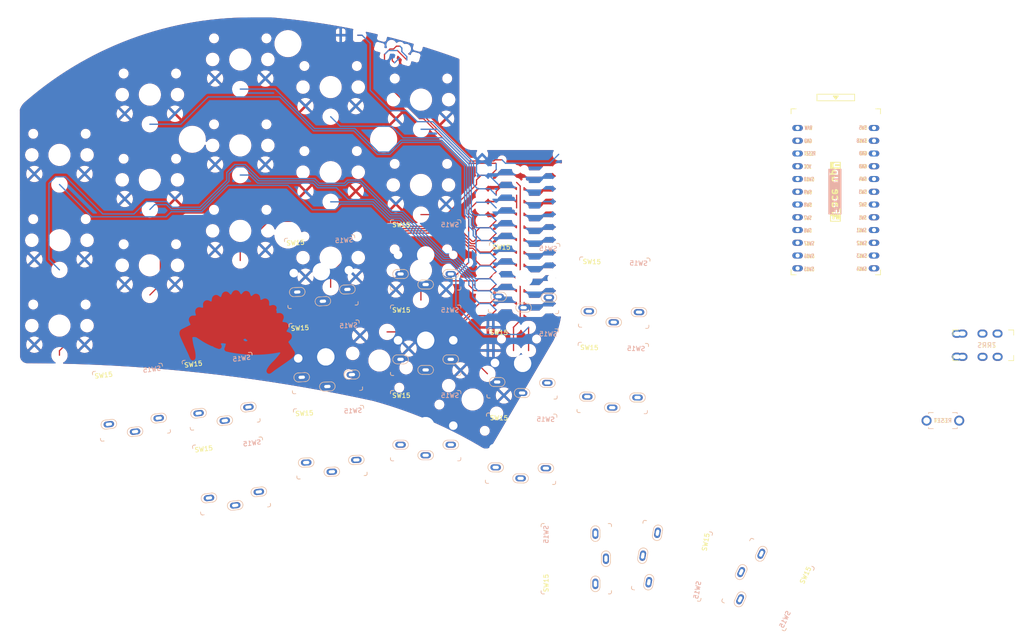
<source format=kicad_pcb>
(kicad_pcb (version 20221018) (generator pcbnew)
  (layers (0 "F.Cu" signal) (31 "B.Cu" signal) (34 "B.Paste" user) (35 "F.Paste" user) (36 "B.SilkS" user "B.Silkscreen") (37 "F.SilkS" user "F.Silkscreen") (38 "B.Mask" user) (39 "F.Mask" user) (44 "Edge.Cuts" user))
  (net 0 "")
  (net 1 "gnd")
  (net 2 "vcc")
  (net 3 "Switch18")
  (net 4 "reset")
  (net 5 "Switch1")
  (net 6 "Switch2")
  (net 7 "Switch3")
  (net 8 "Switch4")
  (net 9 "Switch5")
  (net 10 "Switch6")
  (net 11 "Switch7")
  (net 12 "Switch8")
  (net 13 "Switch9")
  (net 14 "Switch10")
  (net 15 "Switch11")
  (net 16 "Switch12")
  (net 17 "Switch13")
  (net 18 "Switch14")
  (net 19 "Switch15")
  (net 20 "Switch16")
  (net 21 "Switch17")
  (net 22 "raw")
  (footprint "Kailh:TRRS-PJ-DPB2" (layer "F.Cu") (at 217.1 84 -90)
    (fp_text reference "J2" hide)
    (fp_text value "AudioJack4dpb" hide)
  )
  (footprint "* duckyb-collection:SW_PG1350_rev_DPB" (layer "F.Cu") (at 100 100)
    (fp_text reference "SW15" hide)
    (fp_text value "SW_Push" hide)
  )
  (footprint "* duckyb-collection:ProMicro_jumpers_facedown" (layer "F.Cu") (at 181.674 53.43)
    (fp_text reference "U1" hide)
    (fp_text value "ProMicro-kbd" hide)
  )
  (footprint "* duckyb-collection:SW_PG1350_rev_DPB" (layer "F.Cu") (at 59.280971 93.143978 7)
    (fp_text reference "SW15" hide)
    (fp_text value "SW_Push" hide)
  )
  (footprint "* duckyb-collection:SW_PG1350_rev_DPB" (layer "F.Cu") (at 137.25816 90.512057 -1)
    (fp_text reference "SW15" hide)
    (fp_text value "SW_Push" hide)
  )
  (footprint "* duckyb-collection:SW_PG1350_rev_DPB" (layer "F.Cu") (at 149.044935 126.916442 -100)
    (fp_text reference "SW15" hide)
    (fp_text value "SW_Push" hide)
  )
  (footprint "* duckyb-collection:SW_PG1350_rev_DPB" (layer "F.Cu") (at 79.228116 69.334444 3)
    (fp_text reference "SW15" hide)
    (fp_text value "SW_Push" hide)
  )
  (footprint "* duckyb-collection:SW_PG1350_rev_DPB" (layer "F.Cu") (at 80.117827 86.311146 3)
    (fp_text reference "SW15" hide)
    (fp_text value "SW_Push" hide)
  )
  (footprint "* duckyb-collection:SW_PG1350_rev_DPB" (layer "F.Cu") (at 119.602969 70.600899 -1)
    (fp_text reference "SW15" hide)
    (fp_text value "SW_Push" hide)
  )
  (footprint "* duckyb-collection:SW_PG1350_rev_DPB" (layer "F.Cu") (at 81.007538 103.287848 3)
    (fp_text reference "SW15" hide)
    (fp_text value "SW_Push" hide)
  )
  (footprint "kbd:ResetSW_1side" (layer "F.Cu") (at 203 99 180)
    (fp_text reference "RSW2" hide)
    (fp_text value "SW_PUSH")
  )
  (footprint "* duckyb-collection:SW_PG1350_rev_DPB" (layer "F.Cu") (at 168.1756 131.652152 -115)
    (fp_text reference "SW15" hide)
    (fp_text value "SW_Push" hide)
  )
  (footprint "* duckyb-collection:SW_PG1350_rev_DPB" (layer "F.Cu") (at 61.35275 110.017263 7)
    (fp_text reference "SW15" hide)
    (fp_text value "SW_Push" hide)
  )
  (footprint "* duckyb-collection:SW_PG1350_rev_DPB" (layer "F.Cu") (at 119.306278 87.598309 -1)
    (fp_text reference "SW15" hide)
    (fp_text value "SW_Push" hide)
  )
  (footprint "* duckyb-collection:SW_PG1350_rev_DPB" (layer "F.Cu") (at 100 83)
    (fp_text reference "SW15" hide)
    (fp_text value "SW_Push" hide)
  )
  (footprint "* duckyb-collection:SW_PG1350_rev_DPB" (layer "F.Cu") (at 41.415141 95.337627 7)
    (fp_text reference "SW15" hide)
    (fp_text value "SW_Push" hide)
  )
  (footprint "* duckyb-collection:SW_PG1350_rev_DPB" (layer "F.Cu") (at 137.554851 73.514646 -1)
    (fp_text reference "SW15" hide)
    (fp_text value "SW_Push" hide)
  )
  (footprint "* duckyb-collection:SW_PG1350_rev_DPB" (layer "F.Cu") (at 100 66)
    (fp_text reference "SW15" hide)
    (fp_text value "SW_Push" hide)
  )
  (footprint "* duckyb-collection:SW_PG1350_rev_DPB" (layer "F.Cu") (at 130 126.499999 90)
    (fp_text reference "SW15" hide)
    (fp_text value "SW_Push" hide)
  )
  (footprint "* duckyb-collection:SW_PG1350_rev_DPB" (layer "F.Cu") (at 119.009587 104.59572 -1)
    (fp_text reference "SW15" hide)
    (fp_text value "SW_Push" hide)
  )
  (segment (start 98.941398 38.41248) (end 96.4184 35.889482) (width 0.25) (layer "F.Cu") (net 0))
  (segment (start 94.381056 25.2984) (end 96.254049 27.171393) (width 0.25) (layer "F.Cu") (net 0))
  (segment (start 96.4184 35.549674) (end 92.2528 31.384074) (width 0.25) (layer "F.Cu") (net 0))
  (segment (start 115.2144 47.072415) (end 113.802571 47.072415) (width 0.25) (layer "F.Cu") (net 0))
  (segment (start 113.572506 47.30248) (end 108.644198 47.30248) (width 0.25) (layer "F.Cu") (net 0))
  (segment (start 99.754198 38.41248) (end 98.941398 38.41248) (width 0.25) (layer "F.Cu") (net 0))
  (segment (start 92.2528 27.480034) (end 93.363158 26.369676) (width 0.25) (layer "F.Cu") (net 0))
  (segment (start 93.363158 27.323158) (end 93.7768 27.7368) (width 0.25) (layer "F.Cu") (net 0))
  (segment (start 92.2528 31.384074) (end 92.2528 27.480034) (width 0.25) (layer "F.Cu") (net 0))
  (segment (start 108.644198 47.30248) (end 99.754198 38.41248) (width 0.25) (layer "F.Cu") (net 0))
  (segment (start 113.802571 47.072415) (end 113.572506 47.30248) (width 0.25) (layer "F.Cu") (net 0))
  (segment (start 93.363158 26.369676) (end 93.363158 27.323158) (width 0.25) (layer "F.Cu") (net 0))
  (segment (start 96.4184 35.889482) (end 96.4184 35.549674) (width 0.25) (layer "F.Cu") (net 0))
  (segment (start 94.3356 25.2984) (end 94.381056 25.2984) (width 0.25) (layer "F.Cu") (net 0))
  (segment (start 92.588132 25.2984) (end 94.3356 25.2984) (width 0.25) (layer "B.Cu") (net 0))
  (segment (start 115.2144 47.072415) (end 115.893985 47.752) (width 0.25) (layer "B.Cu") (net 0))
  (segment (start 124.714 47.752) (end 126.492 45.974) (width 0.25) (layer "B.Cu") (net 0))
  (segment (start 93.7768 27.7368) (end 93.842337 27.7368) (width 0.25) (layer "B.Cu") (net 0))
  (segment (start 91.917712 25.96882) (end 92.588132 25.2984) (width 0.25) (layer "B.Cu") (net 0))
  (segment (start 93.842337 27.7368) (end 94.808603 26.770534) (width 0.25) (layer "B.Cu") (net 0))
  (segment (start 115.893985 47.752) (end 124.714 47.752) (width 0.25) (layer "B.Cu") (net 0))
  (segment (start 110.786211 75.546511) (end 112.921489 75.546511) (width 0.25) (layer "F.Cu") (net 1))
  (segment (start 114.046 53.3908) (end 115.1636 52.2732) (width 0.25) (layer "F.Cu") (net 1))
  (segment (start 118.11 56.642) (end 118.11 54.102) (width 0.25) (layer "F.Cu") (net 1))
  (segment (start 89.170129 61.655071) (end 105.698671 61.655071) (width 0.25) (layer "F.Cu") (net 1))
  (segment (start 112.921489 75.546511) (end 114.046 74.422) (width 0.25) (layer "F.Cu") (net 1))
  (segment (start 105.001684 81.331038) (end 110.786211 75.546511) (width 0.25) (layer "F.Cu") (net 1))
  (segment (start 106.0196 70.0024) (end 106.0704 70.0024) (width 0.25) (layer "F.Cu") (net 1))
  (segment (start 109.381722 64.65304) (end 109.982 65.253318) (width 0.25) (layer "F.Cu") (net 1))
  (segment (start 109.982 67.1223) (end 110.9317 68.072) (width 0.25) (layer "F.Cu") (net 1))
  (segment (start 108.696642 64.65304) (end 109.381722 64.65304) (width 0.25) (layer "F.Cu") (net 1))
  (segment (start 92.323032 81.331038) (end 105.001684 81.331038) (width 0.25) (layer "F.Cu") (net 1))
  (segment (start 106.0704 70.0024) (end 108.5596 67.5132) (width 0.25) (layer "F.Cu") (net 1))
  (segment (start 81.08 69.7452) (end 89.170129 61.655071) (width 0.25) (layer "F.Cu") (net 1))
  (segment (start 109.982 65.253318) (end 109.982 67.1223) (width 0.25) (layer "F.Cu") (net 1))
  (segment (start 105.698671 61.655071) (end 108.696642 64.65304) (width 0.25) (layer "F.Cu") (net 1))
  (segment (start 114.046 54.102) (end 114.046 53.3908) (width 0.25) (layer "F.Cu") (net 1))
  (segment (start 81.08 72.448) (end 81.08 69.7452) (width 0.25) (layer "F.Cu") (net 1))
  (segment (start 112.776 68.072) (end 114.046 66.802) (width 0.25) (layer "F.Cu") (net 1))
  (segment (start 110.9317 68.072) (end 112.776 68.072) (width 0.25) (layer "F.Cu") (net 1))
  (segment (start 108.62576 60.316396) (end 109.48168 61.172316) (width 0.25) (layer "B.Cu") (net 1))
  (segment (start 108.62576 58.869314) (end 108.62576 60.316396) (width 0.25) (layer "B.Cu") (net 1))
  (segment (start 95.276118 43.5864) (end 102.994846 43.5864) (width 0.25) (layer "B.Cu") (net 1))
  (segment (start 84.582 54.9656) (end 89.714236 54.9656) (width 0.25) (layer "B.Cu") (net 1))
  (segment (start 111.6584 81.8388) (end 119.0592 81.8388) (width 0.25) (layer "B.Cu") (net 1))
  (segment (start 112.630511 50.146511) (end 110.661711 50.146511) (width 0.25) (layer "B.Cu") (net 1))
  (segment (start 85.69192 41.29272) (end 90.36552 45.96632) (width 0.25) (layer "B.Cu") (net 1))
  (segment (start 110.0328 64.8716) (end 110.838689 65.677489) (width 0.25) (layer "B.Cu") (net 1))
  (segment (start 109.82192 71.240039) (end 109.82192 72.53472) (width 0.25) (layer "B.Cu") (net 1))
  (segment (start 64.928165 50.096) (end 66.531206 51.69904) (width 0.25) (layer "B.Cu") (net 1))
  (segment (start 109.82192 72.53472) (end 110.4392 73.152) (width 0.25) (layer "B.Cu") (net 1))
  (segment (start 89.714236 54.9656) (end 92.980796 58.23216) (width 0.25) (layer "B.Cu") (net 1))
  (segment (start 110.838689 65.677489) (end 112.921489 65.677489) (width 0.25) (layer "B.Cu") (net 1))
  (segment (start 110.127489 47.098511) (end 111.252 45.974) (width 0.25) (layer "B.Cu") (net 1))
  (segment (start 109.48168 62.177698) (end 110.0328 62.728818) (width 0.25) (layer "B.Cu") (net 1))
  (segment (start 119.0592 81.8388) (end 120.478 80.42) (width 0.25) (layer "B.Cu") (net 1))
  (segment (start 114.7572 52.2732) (end 114.046 51.562) (width 0.25) (layer "B.Cu") (net 1))
  (segment (start 63.08 50.096) (end 64.928165 50.096) (width 0.25) (layer "B.Cu") (net 1))
  (segment (start 106.0196 70.0024) (end 106.0196 76.2) (width 0.25) (layer "B.Cu") (net 1))
  (segment (start 103.597996 66.71576) (end 105.297641 66.71576) (width 0.25) (layer "B.Cu") (net 1))
  (segment (start 95.114396 58.23216) (end 103.597996 66.71576) (width 0.25) (layer "B.Cu") (net 1))
  (segment (start 110.661711 50.146511) (end 110.127489 49.612289) (width 0.25) (layer "B.Cu") (net 1))
  (segment (start 82.2452 52.6288) (end 84.582 54.9656) (width 0.25) (layer "B.Cu") (net 1))
  (segment (start 106.0196 76.2) (end 111.6584 81.8388) (width 0.25) (layer "B.Cu") (net 1))
  (segment (start 90.36552 45.96632) (end 92.896198 45.96632) (width 0.25) (layer "B.Cu") (net 1))
  (segment (start 70.941483 34.544) (end 77.690203 41.29272) (width 0.25) (layer "B.Cu") (net 1))
  (segment (start 110.0328 62.728818) (end 110.0328 64.8716) (width 0.25) (layer "B.Cu") (net 1))
  (segment (start 114.046 51.562) (end 112.630511 50.146511) (width 0.25) (layer "B.Cu") (net 1))
  (segment (start 115.1636 52.2732) (end 114.7572 52.2732) (width 0.25) (layer "B.Cu") (net 1))
  (segment (start 102.994846 43.5864) (end 107.7468 48.338354) (width 0.25) (layer "B.Cu") (net 1))
  (segment (start 66.531206 51.69904) (end 77.554804 51.69904) (width 0.25) (layer "B.Cu") (net 1))
  (segment (start 92.980796 58.23216) (end 95.114396 58.23216) (width 0.25) (layer "B.Cu") (net 1))
  (segment (start 112.776 73.152) (end 114.046 74.422) (width 0.25) (layer "B.Cu") (net 1))
  (segment (start 78.484565 52.6288) (end 82.2452 52.6288) (width 0.25) (layer "B.Cu") (net 1))
  (segment (start 45.08 39.98) (end 51.2568 39.98) (width 0.25) (layer "B.Cu") (net 1))
  (segment (start 109.48168 61.172316) (end 109.48168 62.177698) (width 0.25) (layer "B.Cu") (net 1))
  (segment (start 110.4392 73.152) (end 112.776 73.152) (width 0.25) (layer "B.Cu") (net 1))
  (segment (start 51.2568 39.98) (end 56.6928 34.544) (width 0.25) (layer "B.Cu") (net 1))
  (segment (start 112.921489 65.677489) (end 114.046 66.802) (width 0.25) (layer "B.Cu") (net 1))
  (segment (start 107.7468 57.990354) (end 108.62576 58.869314) (width 0.25) (layer "B.Cu") (net 1))
  (segment (start 92.896198 45.96632) (end 95.276118 43.5864) (width 0.25) (layer "B.Cu") (net 1))
  (segment (start 56.6928 34.544) (end 70.941483 34.544) (width 0.25) (layer "B.Cu") (net 1))
  (segment (start 107.7468 48.338354) (end 107.7468 57.990354) (width 0.25) (layer "B.Cu") (net 1))
  (segment (start 105.297641 66.71576) (end 109.82192 71.240039) (width 0.25) (layer "B.Cu") (net 1))
  (segment (start 110.127489 49.612289) (end 110.127489 47.098511) (width 0.25) (layer "B.Cu") (net 1))
  (segment (start 77.554804 51.69904) (end 78.484565 52.6288) (width 0.25) (layer "B.Cu") (net 1))
  (segment (start 77.690203 41.29272) (end 85.69192 41.29272) (width 0.25) (layer "B.Cu") (net 1))
  (segment (start 120.498 85.05) (end 120.498 80.44) (width 0.25) (layer "F.Cu") (net 2))
  (segment (start 108.5596 57.0992) (end 108.5596 61.4172) (width 0.25) (layer "F.Cu") (net 2))
  (segment (start 120.498 80.44) (end 120.478 80.42) (width 0.25) (layer "F.Cu") (net 2))
  (segment (start 110.1344 55.5244) (end 108.5596 57.0992) (width 0.25) (layer "F.Cu") (net 2))
  (segment (start 108.5596 67.5132) (end 108.5596 61.4172) (width 0.25) (layer "B.Cu") (net 2))
  (segment (start 110.141311 55.517489) (end 112.921489 55.517489) (width 0.25) (layer "B.Cu") (net 2))
  (segment (start 112.921489 55.517489) (end 114.046 56.642) (width 0.25) (layer "B.Cu") (net 2))
  (segment (start 110.1344 55.5244) (end 110.141311 55.517489) (width 0.25) (layer "B.Cu") (net 2))
  (segment (start 87.3252 22.2504) (end 86.4852 22.2504) (width 0.25) (layer "F.Cu") (net 4))
  (segment (start 86.4852 22.2504) (end 87.3252 22.2504) (width 0.25) (layer "B.Cu") (net 4))
  (segment (start 87.3252 22.2504) (end 88.9508 23.876) (width 0.25) (layer "B.Cu") (net 4))
  (segment (start 88.9508 33.217792) (end 93.020208 37.2872) (width 0.25) (layer "B.Cu") (net 4))
  (segment (start 88.9508 23.876) (end 88.9508 33.217792) (width 0.25) (layer "B.Cu") (net 4))
  (segment (start 96.172452 37.2872) (end 98.356852 39.4716) (width 0.25) (layer "B.Cu") (net 4))
  (segment (start 109.54488 52.03928) (end 110.3376 52.832) (width 0.25) (layer "B.Cu") (net 4))
  (segment (start 93.020208 37.2872) (end 96.172452 37.2872) (width 0.25) (layer "B.Cu") (net 4))
  (segment (start 109.54488 47.593566) (end 109.54488 52.03928) (width 0.25) (layer "B.Cu") (net 4))
  (segment (start 98.356852 39.4716) (end 101.422914 39.4716) (width 0.25) (layer "B.Cu") (net 4))
  (segment (start 101.422914 39.4716) (end 109.54488 47.593566) (width 0.25) (layer "B.Cu") (net 4))
  (segment (start 110.3376 52.832) (end 112.776 52.832) (width 0.25) (layer "B.Cu") (net 4))
  (segment (start 112.776 52.832) (end 114.046 54.102) (width 0.25) (layer "B.Cu") (net 4))
  (segment (start 108.6104 72.0344) (end 109.6772 73.1012) (width 0.25) (layer "F.Cu") (net 5))
  (segment (start 112.8268 73.1012) (end 114.046 71.882) (width 0.25) (layer "F.Cu") (net 5))
  (segment (start 109.6772 73.1012) (end 112.8268 73.1012) (width 0.25) (layer "F.Cu") (net 5))
  (segment (start 108.6104 71.299954) (end 104.925246 67.6148) (width 0.25) (layer "B.Cu") (net 5))
  (segment (start 60.653557 52.14856) (end 55.398597 57.40352) (width 0.25) (layer "B.Cu") (net 5))
  (segment (start 49.32728 57.40352) (end 48.321289 58.409511) (width 0.25) (layer "B.Cu") (net 5))
  (segment (start 103.2256 67.6148) (end 94.742 59.1312) (width 0.25) (layer "B.Cu") (net 5))
  (segment (start 81.9912 56.9976) (end 77.4192 56.9976) (width 0.25) (layer "B.Cu") (net 5))
  (segment (start 83.10928 55.87952) (end 81.9912 56.9976) (width 0.25) (layer "B.Cu") (net 5))
  (segment (start 72.57016 52.14856) (end 60.653557 52.14856) (width 0.25) (layer "B.Cu") (net 5))
  (segment (start 48.321289 58.409511) (end 33.509511 58.409511) (width 0.25) (layer "B.Cu") (net 5))
  (segment (start 108.6104 72.0344) (end 108.6104 71.299954) (width 0.25) (layer "B.Cu") (net 5))
  (segment (start 94.742 59.1312) (end 92.6084 59.1312) (width 0.25) (layer "B.Cu") (net 5))
  (segment (start 55.398597 57.40352) (end 49.32728 57.40352) (width 0.25) (layer "B.Cu") (net 5))
  (segment (start 92.6084 59.1312) (end 89.35672 55.87952) (width 0.25) (layer "B.Cu") (net 5))
  (segment (start 77.4192 56.9976) (end 72.57016 52.14856) (width 0.25) (layer "B.Cu") (net 5))
  (segment (start 33.509511 58.409511) (end 27.08 51.98) (width 0.25) (layer "B.Cu") (net 5))
  (segment (start 89.35672 55.87952) (end 83.10928 55.87952) (width 0.25) (layer "B.Cu") (net 5))
  (segment (start 104.925246 67.6148) (end 103.2256 67.6148) (width 0.25) (layer "B.Cu") (net 5))
  (segment (start 103.181044 43.13688) (end 108.19632 48.152156) (width 0.25) (layer "B.Cu") (net 7))
  (segment (start 92.71 45.5168) (end 95.089921 43.13688) (width 0.25) (layer "B.Cu") (net 7))
  (segment (start 63.08 32.98) (end 70.0132 32.98) (width 0.25) (layer "B.Cu") (net 7))
  (segment (start 95.089921 43.13688) (end 103.181044 43.13688) (width 0.25) (layer "B.Cu") (net 7))
  (segment (start 109.9312 61.9915) (end 111.077189 63.137489) (width 0.25) (layer "B.Cu") (net 7))
  (segment (start 112.921489 63.137489) (end 114.046 64.262) (width 0.25) (layer "B.Cu") (net 7))
  (segment (start 90.596601 45.5168) (end 92.71 45.5168) (width 0.25) (layer "B.Cu") (net 7))
  (segment (start 85.923001 40.8432) (end 90.596601 45.5168) (width 0.25) (layer "B.Cu") (net 7))
  (segment (start 108.19632 57.804156) (end 109.07528 58.683116) (width 0.25) (layer "B.Cu") (net 7))
  (segment (start 109.9312 60.986118) (end 109.9312 61.9915) (width 0.25) (layer "B.Cu") (net 7))
  (segment (start 70.0132 32.98) (end 77.8764 40.8432) (width 0.25) (layer "B.Cu") (net 7))
  (segment (start 108.19632 48.152156) (end 108.19632 57.804156) (width 0.25) (layer "B.Cu") (net 7))
  (segment (start 109.07528 58.683116) (end 109.07528 60.130198) (width 0.25) (layer "B.Cu") (net 7))
  (segment (start 77.8764 40.8432) (end 85.923001 40.8432) (width 0.25) (layer "B.Cu") (net 7))
  (segment (start 109.07528 60.130198) (end 109.9312 60.986118) (width 0.25) (layer "B.Cu") (net 7))
  (segment (start 111.077189 63.137489) (end 112.921489 63.137489) (width 0.25) (layer "B.Cu") (net 7))
  (segment (start 109.5248 58.496918) (end 109.5248 59.944) (width 0.25) (layer "B.Cu") (net 8))
  (segment (start 108.64584 47.965958) (end 108.64584 57.617958) (width 0.25) (layer "B.Cu") (net 8))
  (segment (start 108.64584 57.617958) (end 109.5248 58.496918) (width 0.25) (layer "B.Cu") (net 8))
  (segment (start 110.178289 60.597489) (end 112.921489 60.597489) (width 0.25) (layer "B.Cu") (net 8))
  (segment (start 109.5248 59.944) (end 110.178289 60.597489) (width 0.25) (layer "B.Cu") (net 8))
  (segment (start 103.367242 42.68736) (end 108.64584 47.965958) (width 0.25) (layer "B.Cu") (net 8))
  (segment (start 95.51936 42.68736) (end 103.367242 42.68736) (width 0.25) (layer "B.Cu") (net 8))
  (segment (start 81.08 38.48) (end 82.986 40.386) (width 0.25) (layer "B.Cu") (net 8))
  (segment (start 82.986 40.386) (end 93.218 40.386) (width 0.25) (layer "B.Cu") (net 8))
  (segment (start 93.218 40.386) (end 95.51936 42.68736) (width 0.25) (layer "B.Cu") (net 8))
  (segment (start 112.921489 60.597489) (end 114.046 61.722) (width 0.25) (layer "B.Cu") (net 8))
  (segment (start 102.2956 40.98) (end 109.09536 47.779763) (width 0.25) (layer "B.Cu") (net 9))
  (segment (start 109.728 58.0644) (end 110.7793 58.0644) (width 0.25) (layer "B.Cu") (net 9))
  (segment (start 110.7793 58.0644) (end 110.786211 58.057489) (width 0.25) (layer "B.Cu") (net 9))
  (segment (start 110.786211 58.057489) (end 112.921489 58.057489) (width 0.25) (layer "B.Cu") (net 9))
  (segment (start 109.09536 57.43176) (end 109.728 58.0644) (width 0.25) (layer "B.Cu") (net 9))
  (segment (start 99.08 40.98) (end 102.2956 40.98) (width 0.25) (layer "B.Cu") (net 9))
  (segment (start 112.921489 58.057489) (end 114.046 59.182) (width 0.25) (layer "B.Cu") (net 9))
  (segment (start 109.09536 47.779763) (end 109.09536 57.43176) (width 0.25) (layer "B.Cu") (net 9))
  (segment (start 103.970392 65.81672) (end 105.670037 65.81672) (width 0.25) (layer "B.Cu") (net 10))
  (segment (start 105.933359 66.080043) (end 109.093716 69.2404) (width 0.25) (layer "B.Cu") (net 10))
  (segment (start 109.093716 69.2404) (end 109.7633 69.2404) (width 0.25) (layer "B.Cu") (net 10))
  (segment (start 24.990979 66.890979) (end 24.990979 51.767821) (width 0.25) (layer "B.Cu") (net 10))
  (segment (start 66.9036 50.8) (end 77.9272 50.8) (width 0.25) (layer "B.Cu") (net 10))
  (segment (start 41.926209 57.844991) (end 44.3992 55.372) (width 0.25) (layer "B.Cu") (net 10))
  (segment (start 87.373843 51.353772) (end 93.353192 57.33312) (width 0.25) (layer "B.Cu") (net 10))
  (segment (start 105.670037 65.81672) (end 105.933359 66.080043) (width 0.25) (layer "B.Cu") (net 10))
  (segment (start 78.85696 51.72976) (end 83.80464 51.72976) (width 0.25) (layer "B.Cu") (net 10))
  (segment (start 110.786211 68.217489) (end 112.921489 68.217489) (width 0.25) (layer "B.Cu") (net 10))
  (segment (start 95.486792 57.33312) (end 103.970392 65.81672) (width 0.25) (layer "B.Cu") (net 10))
  (segment (start 55.026202 56.50448) (end 60.4012 51.129482) (width 0.25) (layer "B.Cu") (net 10))
  (segment (start 64.1096 48.006) (end 66.9036 50.8) (width 0.25) (layer "B.Cu") (net 10))
  (segment (start 84.443951 51.090449) (end 87.110521 51.090449) (width 0.25) (layer "B.Cu") (net 10))
  (segment (start 48.4124 55.372) (end 49.54488 56.50448) (width 0.25) (layer "B.Cu") (net 10))
  (segment (start 109.7633 69.2404) (end 110.786211 68.217489) (width 0.25) (layer "B.Cu") (net 10))
  (segment (start 61.976 48.006) (end 64.1096 48.006) (width 0.25) (layer "B.Cu") (net 10))
  (segment (start 87.110521 51.090449) (end 87.373843 51.353772) (width 0.25) (layer "B.Cu") (net 10))
  (segment (start 60.4012 49.5808) (end 61.976 48.006) (width 0.25) (layer "B.Cu") (net 10))
  (segment (start 28.2956 50.4444) (end 35.696191 57.844991) (width 0.25) (layer "B.Cu") (net 10))
  (segment (start 93.353192 57.33312) (end 95.486792 57.33312) (width 0.25) (layer "B.Cu") (net 10))
  (segment (start 83.80464 51.72976) (end 84.443951 51.090449) (width 0.25) (layer "B.Cu") (net 10))
  (segment (start 49.54488 56.50448) (end 55.026202 56.50448) (width 0.25) (layer "B.Cu") (net 10))
  (segment (start 27.08 68.98) (end 24.990979 66.890979) (width 0.25) (layer "B.Cu") (net 10))
  (segment (start 35.696191 57.844991) (end 41.926209 57.844991) (width 0.25) (layer "B.Cu") (net 10))
  (segment (start 77.9272 50.8) (end 78.85696 51.72976) (width 0.25) (layer "B.Cu") (net 10))
  (segment (start 26.3144 50.4444) (end 28.2956 50.4444) (width 0.25) (layer "B.Cu") (net 10))
  (segment (start 24.990979 51.767821) (end 26.3144 50.4444) (width 0.25) (layer "B.Cu") (net 10))
  (segment (start 44.3992 55.372) (end 48.4124 55.372) (width 0.25) (layer "B.Cu") (net 10))
  (segment (start 60.4012 51.129482) (end 60.4012 49.5808) (width 0.25) (layer "B.Cu") (net 10))
  (segment (start 112.921489 68.217489) (end 114.046 69.342) (width 0.25) (layer "B.Cu") (net 10))
  (segment (start 103.784194 66.26624) (end 105.483839 66.26624) (width 0.25) (layer "B.Cu") (net 11))
  (segment (start 86.924323 51.539969) (end 93.166994 57.78264) (width 0.25) (layer "B.Cu") (net 11))
  (segment (start 93.166994 57.78264) (end 95.300594 57.78264) (width 0.25) (layer "B.Cu") (net 11))
  (segment (start 95.300594 57.78264) (end 103.784194 66.26624) (width 0.25) (layer "B.Cu") (net 11))
  (segment (start 109.975089 70.757489) (end 112.921489 70.757489) (width 0.25) (layer "B.Cu") (net 11))
  (segment (start 112.921489 70.757489) (end 114.046 71.882) (width 0.25) (layer "B.Cu") (net 11))
  (segment (start 60.85072 49.84248) (end 62.23768 48.45552) (width 0.25) (layer "B.Cu") (net 11))
  (segment (start 48.378602 55.97392) (end 49.358683 56.954) (width 0.25) (layer "B.Cu") (net 11))
  (segment (start 46.06008 55.97392) (end 48.378602 55.97392) (width 0.25) (layer "B.Cu") (net 11))
  (segment (start 62.23768 48.45552) (end 63.923403 48.45552) (width 0.25) (layer "B.Cu") (net 11))
  (segment (start 60.85072 51.315679) (end 60.85072 49.84248) (width 0.25) (layer "B.Cu") (net 11))
  (segment (start 45.08 56.954) (end 46.06008 55.97392) (width 0.25) (layer "B.Cu") (net 11))
  (segment (start 66.717403 51.24952) (end 77.741002 51.24952) (width 0.25) (layer "B.Cu") (net 11))
  (segment (start 84.630149 51.539969) (end 86.924323 51.539969) (width 0.25) (layer "B.Cu") (net 11))
  (segment (start 78.670762 52.17928) (end 83.990838 52.17928) (width 0.25) (layer "B.Cu") (net 11))
  (segment (start 105.483839 66.26624) (end 109.975089 70.757489) (width 0.25) (layer "B.Cu") (net 11))
  (segment (start 63.923403 48.45552) (end 66.717403 51.24952) (width 0.25) (layer "B.Cu") (net 11))
  (segment (start 55.2124 56.954) (end 60.85072 51.315679) (width 0.25) (layer "B.Cu") (net 11))
  (segment (start 49.358683 56.954) (end 55.2124 56.954) (width 0.25) (layer "B.Cu") (net 11))
  (segment (start 77.741002 51.24952) (end 78.670762 52.17928) (width 0.25) (layer "B.Cu") (net 11))
  (segment (start 83.990838 52.17928) (end 84.630149 51.539969) (width 0.25) (layer "B.Cu") (net 11))
  (segment (start 112.776 75.692) (end 114.046 76.962) (width 0.25) (layer "B.Cu") (net 13))
  (segment (start 105.111444 67.16528) (end 109.3724 71.426236) (width 0.25) (layer "B.Cu") (net 13))
  (segment (start 110.744 75.692) (end 112.776 75.692) (width 0.25) (layer "B.Cu") (net 13))
  (segment (start 103.411798 67.16528) (end 105.111444 67.16528) (width 0.25) (layer "B.Cu") (net 13))
  (segment (start 81.08 55.43) (end 89.542918 55.43) (width 0.25) (layer "B.Cu") (net 13))
  (segment (start 89.542918 55.43) (end 92.794598 58.68168) (width 0.25) (layer "B.Cu") (net 13))
  (segment (start 109.3724 71.426236) (end 109.3724 74.3204) (width 0.25) (layer "B.Cu") (net 13))
  (segment (start 94.928198 58.68168) (end 103.411798 67.16528) (width 0.25) (layer "B.Cu") (net 13))
  (segment (start 109.3724 74.3204) (end 110.744 75.692) (width 0.25) (layer "B.Cu") (net 13))
  (segment (start 92.794598 58.68168) (end 94.928198 58.68168) (width 0.25) (layer "B.Cu") (net 13))
  (segment (start 112.921489 50.146511) (end 114.046 49.022) (width 0.25) (layer "F.Cu") (net 14))
  (segment (start 110.127489 51.060911) (end 111.041889 50.146511) (width 0.25) (layer "F.Cu") (net 14))
  (segment (start 104.1328 57.97) (end 110.127489 51.975311) (width 0.25) (layer "F.Cu") (net 14))
  (segment (start 111.041889 50.146511) (end 112.921489 50.146511) (width 0.25) (layer "F.Cu") (net 14))
  (segment (start 110.127489 51.975311) (end 110.127489 51.060911) (width 0.25) (layer "F.Cu") (net 14))
  (segment (start 99.06 57.97) (end 104.1328 57.97) (width 0.25) (layer "F.Cu") (net 14))
  (segment (start 106.257265 60.306511) (end 109.255234 63.30448) (width 0.25) (layer "F.Cu") (net 15))
  (segment (start 30.6324 74.676) (end 41.360819 63.947581) (width 0.25) (layer "F.Cu") (net 15))
  (segment (start 112.630511 60.597489) (end 114.046 59.182) (width 0.25) (layer "F.Cu") (net 15))
  (segment (start 27.08 85.0864) (end 30.6324 81.534) (width 0.25) (layer "F.Cu") (net 15))
  (segment (start 41.360819 63.947581) (end 46.719501 63.947581) (width 0.25) (layer "F.Cu") (net 15))
  (segment (start 110.0836 61.3001) (end 110.786211 60.597489) (width 0.25) (layer "F.Cu") (net 15))
  (segment (start 91.088481 60.306511) (end 106.257265 60.306511) (width 0.25) (layer "F.Cu") (net 15))
  (segment (start 109.255234 63.30448) (end 109.592602 63.30448) (width 0.25) (layer "F.Cu") (net 15))
  (segment (start 109.592602 63.30448) (end 110.0836 62.813482) (width 0.25) (layer "F.Cu") (net 15))
  (segment (start 46.719501 63.947581) (end 52.247082 58.42) (width 0.25) (layer "F.Cu") (net 15))
  (segment (start 30.6324 81.534) (end 30.6324 74.676) (width 0.25) (layer "F.Cu") (net 15))
  (segment (start 110.786211 60.597489) (end 112.630511 60.597489) (width 0.25) (layer "F.Cu") (net 15))
  (segment (start 52.247082 58.42) (end 89.20197 58.42) (width 0.25) (layer "F.Cu") (net 15))
  (segment (start 27.08 85.98) (end 27.08 85.0864) (width 0.25) (layer "F.Cu") (net 15))
  (segment (start 89.20197 58.42) (end 91.088481 60.306511) (width 0.25) (layer "F.Cu") (net 15))
  (segment (start 110.0836 62.813482) (end 110.0836 61.3001) (width 0.25) (layer "F.Cu") (net 15))
  (segment (start 112.630511 63.137489) (end 114.046 61.722) (width 0.25) (layer "F.Cu") (net 16))
  (segment (start 47.1424 71.9096) (end 47.1424 70.161021) (width 0.25) (layer "F.Cu") (net 16))
  (segment (start 52.43328 58.86952) (end 89.015773 58.86952) (width 0.25) (layer "F.Cu") (net 16))
  (segment (start 47.169021 70.161021) (end 47.169021 64.133779) (width 0.25) (layer "F.Cu") (net 16))
  (segment (start 109.7788 63.754) (end 110.395311 63.137489) (width 0.25) (layer "F.Cu") (net 16))
  (segment (start 47.1424 70.161021) (end 47.169021 70.161021) (width 0.25) (layer "F.Cu") (net 16))
  (segment (start 110.395311 63.137489) (end 112.630511 63.137489) (width 0.25) (layer "F.Cu") (net 16))
  (segment (start 47.169021 64.133779) (end 52.43328 58.86952) (width 0.25) (layer "F.Cu") (net 16))
  (segment (start 90.902284 60.756031) (end 106.071067 60.756031) (width 0.25) (layer "F.Cu") (net 16))
  (segment (start 45.08 73.972) (end 47.1424 71.9096) (width 0.25) (layer "F.Cu") (net 16))
  (segment (start 106.071067 60.756031) (end 109.069036 63.754) (width 0.25) (layer "F.Cu") (net 16))
  (segment (start 89.015773 58.86952) (end 90.902284 60.756031) (width 0.25) (layer "F.Cu") (net 16))
  (segment (start 109.069036 63.754) (end 109.7788 63.754) (width 0.25) (layer "F.Cu") (net 16))
  (segment (start 63.08 64.980992) (end 68.741952 59.31904) (width 0.25) (layer "F.Cu") (net 17))
  (segment (start 90.716086 61.205551) (end 105.884869 61.205551) (width 0.25) (layer "F.Cu") (net 17))
  (segment (start 112.8776 65.4304) (end 114.046 64.262) (width 0.25) (layer "F.Cu") (net 17))
  (segment (start 63.08 67.114) (end 63.08 64.980992) (width 0.25) (layer "F.Cu") (net 17))
  (segment (start 110.7948 65.4304) (end 112.8776 65.4304) (width 0.25) (layer "F.Cu") (net 17))
  (segment (start 88.829575 59.31904) (end 90.716086 61.205551) (width 0.25) (layer "F.Cu") (net 17))
  (segment (start 108.882839 64.20352) (end 109.56792 64.20352) (width 0.25) (layer "F.Cu") (net 17))
  (segment (start 109.56792 64.20352) (end 110.7948 65.4304) (width 0.25) (layer "F.Cu") (net 17))
  (segment (start 68.741952 59.31904) (end 88.829575 59.31904) (width 0.25) (layer "F.Cu") (net 17))
  (segment (start 105.884869 61.205551) (end 108.882839 64.20352) (width 0.25) (layer "F.Cu") (net 17))
  (segment (start 110.12665 71.1708) (end 110.539961 70.757489) (width 0.25) (layer "F.Cu") (net 19))
  (segment (start 118.11 51.562) (end 118.834511 52.286511) (width 0.25) (layer "F.Cu") (net 19))
  (segment (start 118.834511 52.286511) (end 118.834511 79.063489) (width 0.25) (layer "F.Cu") (net 19))
  (segment (start 117.498 80.44) (end 117.478 80.42) (width 0.25) (layer "F.Cu") (net 19))
  (segment (start 99.06 74.988) (end 99.06 72.854992) (width 0.25) (layer "F.Cu") (net 19))
  (segment (start 118.834511 79.063489) (end 117.478 80.42) (width 0.25) (layer "F.Cu") (net 19))
  (segment (start 100.744192 71.1708) (end 110.12665 71.1708) (width 0.25) (layer "F.Cu") (net 19))
  (segment (start 117.498 85.05) (end 117.498 80.44) (width 0.25) (layer "F.Cu") (net 19))
  (segment (start 112.630511 70.757489) (end 114.046 69.342) (width 0.25) (layer "F.Cu") (net 19))
  (segment (start 99.06 72.854992) (end 100.744192 71.1708) (width 0.25) (layer "F.Cu") (net 19))
  (segment (start 110.539961 70.757489) (end 112.630511 70.757489) (width 0.25) (layer "F.Cu") (net 19))
  (segment (start 108.881929 78.086511) (end 112.921489 78.086511) (width 0.25) (layer "F.Cu") (net 21))
  (segment (start 105.41 82.77445) (end 105.41 81.55844) (width 0.25) (layer "F.Cu") (net 21))
  (segment (start 105.41 81.55844) (end 108.881929 78.086511) (width 0.25) (layer "F.Cu") (net 21))
  (segment (start 112.921489 78.086511) (end 114.046 76.962) (width 0.25) (layer "F.Cu") (net 21))
  (segment (start 112.306 89.67045) (end 105.41 82.77445) (width 0.25) (layer "F.Cu") (net 21))
  (segment (start 108.458 47.752) (end 99.568 38.862) (width 0.25) (layer "F.Cu") (net 22))
  (segment (start 114.046 47.8536) (end 113.9444 47.752) (width 0.25) (layer "F.Cu") (net 22))
  (segment (start 99.568 38.862) (end 98.7552 38.862) (width 0.25) (layer "F.Cu") (net 22))
  (segment (start 92.888235 24.998297) (end 93.611089 24.998297) (width 0.25) (layer "F.Cu") (net 22))
  (segment (start 113.9444 47.752) (end 108.458 47.752) (width 0.25) (layer "F.Cu") (net 22))
  (segment (start 95.96888 36.07568) (end 95.96888 35.735872) (width 0.25) (layer "F.Cu") (net 22))
  (segment (start 93.611089 24.998297) (end 94.174586 24.4348) (width 0.25) (layer "F.Cu") (net 22))
  (segment (start 91.80328 26.083252) (end 91.917712 25.96882) (width 0.25) (layer "F.Cu") (net 22))
  (segment (start 91.80328 31.570272) (end 91.80328 26.083252) (width 0.25) (layer "F.Cu") (net 22))
  (segment (start 95.96888 35.735872) (end 91.80328 31.570272) (width 0.25) (layer "F.Cu") (net 22))
  (segment (start 98.7552 38.862) (end 95.96888 36.07568) (width 0.25) (layer "F.Cu") (net 22))
  (segment (start 94.174586 24.4348) (end 94.8944 24.4348) (width 0.25) (layer "F.Cu") (net 22))
  (segment (start 91.917712 25.96882) (end 92.888235 24.998297) (width 0.25) (layer "F.Cu") (net 22))
  (segment (start 94.8944 24.4348) (end 95.261325 24.801725) (width 0.25) (layer "B.Cu") (net 22))
  (segment (start 114.046 47.8536) (end 114.046 49.022) (width 0.25) (layer "B.Cu") (net 22))
  (segment (start 95.261325 24.801725) (end 95.261325 25.53008) (width 0.25) (layer "B.Cu") (net 22))
  (segment (start 96.254049 26.522804) (end 96.254049 27.171393) (width 0.25) (layer "B.Cu") (net 22))
  (segment (start 95.261325 25.53008) (end 96.254049 26.522804) (width 0.25) (layer "B.Cu") (net 22))
  (zone (net 1) (net_name "gnd") (layers "F&B.Cu") (connect_pads (clearance 0.508)) (min_thickness 0.254) (fill yes (thermal_gap 0.508) (thermal_bridge_width 0.508) (island_removal_mode 1) (island_area_min 0))
    (polygon (pts (xy 15.24 15.24) (xy 132.08 15.24) (xy 132.08 109.22) (xy 15.24 109.22)))
  )
)
</source>
